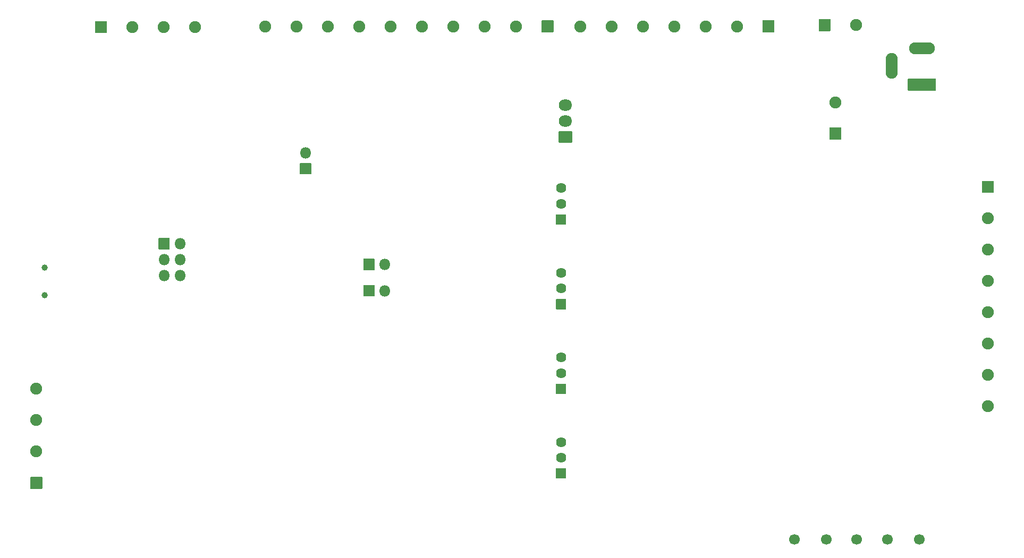
<source format=gbr>
%TF.GenerationSoftware,KiCad,Pcbnew,(5.1.12)-1*%
%TF.CreationDate,2022-10-15T21:36:51-07:00*%
%TF.ProjectId,DJetECUTester,444a6574-4543-4555-9465-737465722e6b,rev?*%
%TF.SameCoordinates,Original*%
%TF.FileFunction,Soldermask,Bot*%
%TF.FilePolarity,Negative*%
%FSLAX46Y46*%
G04 Gerber Fmt 4.6, Leading zero omitted, Abs format (unit mm)*
G04 Created by KiCad (PCBNEW (5.1.12)-1) date 2022-10-15 21:36:51*
%MOMM*%
%LPD*%
G01*
G04 APERTURE LIST*
%ADD10C,1.900000*%
%ADD11C,1.700000*%
%ADD12O,2.130000X1.830000*%
%ADD13C,1.624000*%
%ADD14O,1.800000X1.800000*%
%ADD15O,4.100000X1.900000*%
%ADD16O,1.900000X4.100000*%
%ADD17C,1.000000*%
G04 APERTURE END LIST*
D10*
%TO.C,J8*%
X178900000Y-117500000D03*
X178900000Y-122500000D03*
X178900000Y-127500000D03*
G36*
G01*
X179800000Y-133450000D02*
X178000000Y-133450000D01*
G75*
G02*
X177950000Y-133400000I0J50000D01*
G01*
X177950000Y-131600000D01*
G75*
G02*
X178000000Y-131550000I50000J0D01*
G01*
X179800000Y-131550000D01*
G75*
G02*
X179850000Y-131600000I0J-50000D01*
G01*
X179850000Y-133400000D01*
G75*
G02*
X179800000Y-133450000I-50000J0D01*
G01*
G37*
%TD*%
D11*
%TO.C,TP9*%
X299676000Y-141500000D03*
%TD*%
%TO.C,TP8*%
X304756000Y-141500000D03*
%TD*%
%TO.C,TP7*%
X309582000Y-141508000D03*
%TD*%
%TO.C,TP6*%
X314535000Y-141508000D03*
%TD*%
%TO.C,TP5*%
X319615000Y-141508000D03*
%TD*%
D10*
%TO.C,J7*%
X306200000Y-71800000D03*
G36*
G01*
X307100000Y-77750000D02*
X305300000Y-77750000D01*
G75*
G02*
X305250000Y-77700000I0J50000D01*
G01*
X305250000Y-75900000D01*
G75*
G02*
X305300000Y-75850000I50000J0D01*
G01*
X307100000Y-75850000D01*
G75*
G02*
X307150000Y-75900000I0J-50000D01*
G01*
X307150000Y-77700000D01*
G75*
G02*
X307100000Y-77750000I-50000J0D01*
G01*
G37*
%TD*%
D12*
%TO.C,M1*%
X263200000Y-72260000D03*
X263200000Y-74800000D03*
G36*
G01*
X264265000Y-76475000D02*
X264265000Y-78205000D01*
G75*
G02*
X264215000Y-78255000I-50000J0D01*
G01*
X262185000Y-78255000D01*
G75*
G02*
X262135000Y-78205000I0J50000D01*
G01*
X262135000Y-76475000D01*
G75*
G02*
X262185000Y-76425000I50000J0D01*
G01*
X264215000Y-76425000D01*
G75*
G02*
X264265000Y-76475000I0J-50000D01*
G01*
G37*
%TD*%
D10*
%TO.C,J10*%
X265533000Y-59690000D03*
X270533000Y-59690000D03*
X275533000Y-59690000D03*
X280533000Y-59690000D03*
X285533000Y-59690000D03*
X290533000Y-59690000D03*
G36*
G01*
X296483000Y-58790000D02*
X296483000Y-60590000D01*
G75*
G02*
X296433000Y-60640000I-50000J0D01*
G01*
X294633000Y-60640000D01*
G75*
G02*
X294583000Y-60590000I0J50000D01*
G01*
X294583000Y-58790000D01*
G75*
G02*
X294633000Y-58740000I50000J0D01*
G01*
X296433000Y-58740000D01*
G75*
G02*
X296483000Y-58790000I0J-50000D01*
G01*
G37*
%TD*%
%TO.C,R51*%
G36*
G01*
X261738000Y-116688000D02*
X263262000Y-116688000D01*
G75*
G02*
X263312000Y-116738000I0J-50000D01*
G01*
X263312000Y-118262000D01*
G75*
G02*
X263262000Y-118312000I-50000J0D01*
G01*
X261738000Y-118312000D01*
G75*
G02*
X261688000Y-118262000I0J50000D01*
G01*
X261688000Y-116738000D01*
G75*
G02*
X261738000Y-116688000I50000J0D01*
G01*
G37*
D13*
X262500000Y-115000000D03*
X262500000Y-112500000D03*
%TD*%
%TO.C,R50*%
G36*
G01*
X261738000Y-130188000D02*
X263262000Y-130188000D01*
G75*
G02*
X263312000Y-130238000I0J-50000D01*
G01*
X263312000Y-131762000D01*
G75*
G02*
X263262000Y-131812000I-50000J0D01*
G01*
X261738000Y-131812000D01*
G75*
G02*
X261688000Y-131762000I0J50000D01*
G01*
X261688000Y-130238000D01*
G75*
G02*
X261738000Y-130188000I50000J0D01*
G01*
G37*
X262500000Y-128500000D03*
X262500000Y-126000000D03*
%TD*%
%TO.C,R47*%
G36*
G01*
X261738000Y-103188000D02*
X263262000Y-103188000D01*
G75*
G02*
X263312000Y-103238000I0J-50000D01*
G01*
X263312000Y-104762000D01*
G75*
G02*
X263262000Y-104812000I-50000J0D01*
G01*
X261738000Y-104812000D01*
G75*
G02*
X261688000Y-104762000I0J50000D01*
G01*
X261688000Y-103238000D01*
G75*
G02*
X261738000Y-103188000I50000J0D01*
G01*
G37*
X262500000Y-101500000D03*
X262500000Y-99000000D03*
%TD*%
%TO.C,R46*%
G36*
G01*
X261738000Y-89688000D02*
X263262000Y-89688000D01*
G75*
G02*
X263312000Y-89738000I0J-50000D01*
G01*
X263312000Y-91262000D01*
G75*
G02*
X263262000Y-91312000I-50000J0D01*
G01*
X261738000Y-91312000D01*
G75*
G02*
X261688000Y-91262000I0J50000D01*
G01*
X261688000Y-89738000D01*
G75*
G02*
X261738000Y-89688000I50000J0D01*
G01*
G37*
X262500000Y-88000000D03*
X262500000Y-85500000D03*
%TD*%
D10*
%TO.C,J9*%
X215354000Y-59690000D03*
X220354000Y-59690000D03*
X225354000Y-59690000D03*
X230354000Y-59690000D03*
X235354000Y-59690000D03*
X240354000Y-59690000D03*
X245354000Y-59690000D03*
X250354000Y-59690000D03*
X255354000Y-59690000D03*
G36*
G01*
X261304000Y-58790000D02*
X261304000Y-60590000D01*
G75*
G02*
X261254000Y-60640000I-50000J0D01*
G01*
X259454000Y-60640000D01*
G75*
G02*
X259404000Y-60590000I0J50000D01*
G01*
X259404000Y-58790000D01*
G75*
G02*
X259454000Y-58740000I50000J0D01*
G01*
X261254000Y-58740000D01*
G75*
G02*
X261304000Y-58790000I0J-50000D01*
G01*
G37*
%TD*%
%TO.C,J6*%
X204200000Y-59800000D03*
X199200000Y-59800000D03*
X194200000Y-59800000D03*
G36*
G01*
X188250000Y-60700000D02*
X188250000Y-58900000D01*
G75*
G02*
X188300000Y-58850000I50000J0D01*
G01*
X190100000Y-58850000D01*
G75*
G02*
X190150000Y-58900000I0J-50000D01*
G01*
X190150000Y-60700000D01*
G75*
G02*
X190100000Y-60750000I-50000J0D01*
G01*
X188300000Y-60750000D01*
G75*
G02*
X188250000Y-60700000I0J50000D01*
G01*
G37*
%TD*%
D14*
%TO.C,JP1*%
X221800000Y-79860000D03*
G36*
G01*
X222650000Y-83300000D02*
X220950000Y-83300000D01*
G75*
G02*
X220900000Y-83250000I0J50000D01*
G01*
X220900000Y-81550000D01*
G75*
G02*
X220950000Y-81500000I50000J0D01*
G01*
X222650000Y-81500000D01*
G75*
G02*
X222700000Y-81550000I0J-50000D01*
G01*
X222700000Y-83250000D01*
G75*
G02*
X222650000Y-83300000I-50000J0D01*
G01*
G37*
%TD*%
%TO.C,J4*%
G36*
G01*
X322250000Y-68100000D02*
X322250000Y-69900000D01*
G75*
G02*
X322200000Y-69950000I-50000J0D01*
G01*
X317800000Y-69950000D01*
G75*
G02*
X317750000Y-69900000I0J50000D01*
G01*
X317750000Y-68100000D01*
G75*
G02*
X317800000Y-68050000I50000J0D01*
G01*
X322200000Y-68050000D01*
G75*
G02*
X322250000Y-68100000I0J-50000D01*
G01*
G37*
D15*
X320000000Y-63200000D03*
D16*
X315200000Y-66000000D03*
%TD*%
D10*
%TO.C,J5*%
X309500000Y-59500000D03*
G36*
G01*
X303550000Y-60400000D02*
X303550000Y-58600000D01*
G75*
G02*
X303600000Y-58550000I50000J0D01*
G01*
X305400000Y-58550000D01*
G75*
G02*
X305450000Y-58600000I0J-50000D01*
G01*
X305450000Y-60400000D01*
G75*
G02*
X305400000Y-60450000I-50000J0D01*
G01*
X303600000Y-60450000D01*
G75*
G02*
X303550000Y-60400000I0J50000D01*
G01*
G37*
%TD*%
%TO.C,J2*%
X330500000Y-120277000D03*
X330500000Y-115277000D03*
X330500000Y-110277000D03*
X330500000Y-105277000D03*
X330500000Y-100277000D03*
X330500000Y-95277000D03*
X330500000Y-90277000D03*
G36*
G01*
X329600000Y-84327000D02*
X331400000Y-84327000D01*
G75*
G02*
X331450000Y-84377000I0J-50000D01*
G01*
X331450000Y-86177000D01*
G75*
G02*
X331400000Y-86227000I-50000J0D01*
G01*
X329600000Y-86227000D01*
G75*
G02*
X329550000Y-86177000I0J50000D01*
G01*
X329550000Y-84377000D01*
G75*
G02*
X329600000Y-84327000I50000J0D01*
G01*
G37*
%TD*%
%TO.C,J1*%
G36*
G01*
X198363000Y-95211000D02*
X198363000Y-93511000D01*
G75*
G02*
X198413000Y-93461000I50000J0D01*
G01*
X200113000Y-93461000D01*
G75*
G02*
X200163000Y-93511000I0J-50000D01*
G01*
X200163000Y-95211000D01*
G75*
G02*
X200113000Y-95261000I-50000J0D01*
G01*
X198413000Y-95261000D01*
G75*
G02*
X198363000Y-95211000I0J50000D01*
G01*
G37*
D14*
X201803000Y-94361000D03*
X199263000Y-96901000D03*
X201803000Y-96901000D03*
X199263000Y-99441000D03*
X201803000Y-99441000D03*
%TD*%
D17*
%TO.C,J3*%
X180200000Y-98200000D03*
X180200000Y-102600000D03*
%TD*%
%TO.C,JP2*%
G36*
G01*
X231002000Y-102704000D02*
X231002000Y-101004000D01*
G75*
G02*
X231052000Y-100954000I50000J0D01*
G01*
X232752000Y-100954000D01*
G75*
G02*
X232802000Y-101004000I0J-50000D01*
G01*
X232802000Y-102704000D01*
G75*
G02*
X232752000Y-102754000I-50000J0D01*
G01*
X231052000Y-102754000D01*
G75*
G02*
X231002000Y-102704000I0J50000D01*
G01*
G37*
D14*
X234442000Y-101854000D03*
%TD*%
%TO.C,JP3*%
X234442000Y-97663000D03*
G36*
G01*
X231002000Y-98513000D02*
X231002000Y-96813000D01*
G75*
G02*
X231052000Y-96763000I50000J0D01*
G01*
X232752000Y-96763000D01*
G75*
G02*
X232802000Y-96813000I0J-50000D01*
G01*
X232802000Y-98513000D01*
G75*
G02*
X232752000Y-98563000I-50000J0D01*
G01*
X231052000Y-98563000D01*
G75*
G02*
X231002000Y-98513000I0J50000D01*
G01*
G37*
%TD*%
M02*

</source>
